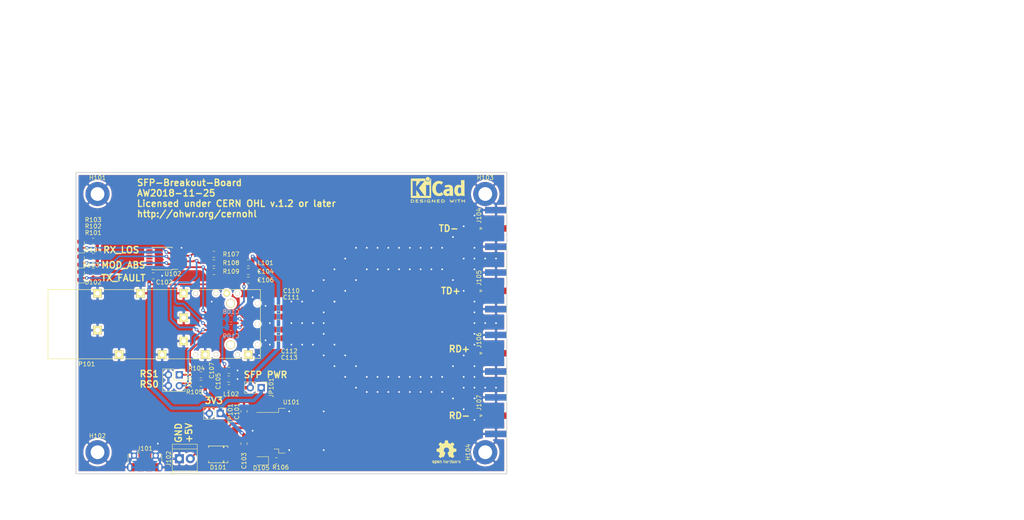
<source format=kicad_pcb>
(kicad_pcb (version 20171130) (host pcbnew 5.1.5-52549c5~84~ubuntu18.04.1)
  (title_block (title "SFP breakout-board") (company "Anders.e.e.Wallin \"at\" gmail.com") (comment 1 "1st PCB run 2018-11-25"))
  (layers (0 F.Cu signal) (31 B.Cu signal) (34 B.Paste user) (35 F.Paste user) (36 B.SilkS user) (37 F.SilkS user) (38 B.Mask user) (39 F.Mask user) (44 Edge.Cuts user))
  (net 0 "")
  (net 1 "Net-(C101-Pad1)")
  (net 2 GND)
  (net 3 +3V3)
  (net 4 VccT)
  (net 5 VccR)
  (net 6 /T-)
  (net 7 /T+)
  (net 8 /R+)
  (net 9 /R-)
  (net 10 "Net-(D101-Pad2)")
  (net 11 "Net-(D102-Pad2)")
  (net 12 /TX_FAULT)
  (net 13 /MOD_ABS)
  (net 14 "Net-(D103-Pad2)")
  (net 15 "Net-(D104-Pad2)")
  (net 16 /LOS)
  (net 17 "Net-(D105-Pad1)")
  (net 18 "Net-(J101-Pad2)")
  (net 19 "Net-(J101-Pad4)")
  (net 20 "Net-(J101-Pad3)")
  (net 21 /RS1)
  (net 22 /RS0)
  (net 23 "Net-(JP101-Pad2)")
  (net 24 "Net-(P101-Pad2)")
  (net 25 "Net-(P101-Pad4)")
  (net 26 "Net-(P101-Pad5)")
  (net 27 "Net-(P101-Pad6)")
  (net 28 "Net-(P101-Pad8)")
  (net 29 /TD-)
  (net 30 /TD+)
  (net 31 /RD+)
  (net 32 /RD-)
  (module Symbol:OSHW-Logo2_7.3x6mm_SilkScreen (layer F.Cu) (at 151 120)
    (fp_text reference REF** hide)
    (fp_text value OSHW-Logo2_7.3x6mm_SilkScreen hide)
  )
  (module Symbol:KiCad-Logo2_5mm_SilkScreen (layer F.Cu) (at 149 59)
    (fp_text reference REF** hide)
    (fp_text value KiCad-Logo2_5mm_SilkScreen hide)
  )
  (module Package_TO_SOT_SMD:TO-263-5_TabPin3 (layer F.Cu) (at 115 115)
    (fp_text reference U101 (at 0 -6.65) (layer F.SilkS))
    (fp_text value LT1963AxQ-3.3)
    (pad 3 smd rect (at 3.375 0) (size 9.4 10.8) (layers F.Cu F.Mask) (net 2 GND))
    (pad 5 smd rect (at -5.775 3.4) (size 4.6 1.1) (layers F.Cu F.Paste F.Mask) (net 3 +3V3))
    (pad 4 smd rect (at -5.775 1.7) (size 4.6 1.1) (layers F.Cu F.Paste F.Mask) (net 3 +3V3))
    (pad 3 smd rect (at -5.775 0) (size 4.6 1.1) (layers F.Cu F.Paste F.Mask) (net 2 GND))
    (pad 2 smd rect (at -5.775 -1.7) (size 4.6 1.1) (layers F.Cu F.Paste F.Mask) (net 1 "Net-(C101-Pad1)"))
    (pad 1 smd rect (at -5.775 -3.4) (size 4.6 1.1) (layers F.Cu F.Paste F.Mask) (net 1 "Net-(C101-Pad1)"))
  )
  (module Capacitor_SMD:C_0805_2012Metric (layer F.Cu) (at 104 110.5 90)
    (fp_text reference C101 (at 0 -1.65 90) (layer F.SilkS))
    (fp_text value C)
    (pad 1 smd roundrect (at -0.9375 0 90) (size 0.975 1.4) (layers F.Cu F.Paste F.Mask) (net 1 "Net-(C101-Pad1)"))
    (pad 2 smd roundrect (at 0.9375 0 90) (size 0.975 1.4) (layers F.Cu F.Paste F.Mask) (net 2 GND))
  )
  (module Capacitor_SMD:C_0805_2012Metric (layer F.Cu) (at 82.9375 79)
    (fp_text reference C102 (at 2.5625 1.5) (layer F.SilkS))
    (fp_text value C)
    (pad 2 smd roundrect (at 0.9375 0) (size 0.975 1.4) (layers F.Cu F.Paste F.Mask) (net 2 GND))
    (pad 1 smd roundrect (at -0.9375 0) (size 0.975 1.4) (layers F.Cu F.Paste F.Mask) (net 3 +3V3))
  )
  (module Capacitor_SMD:C_0805_2012Metric (layer F.Cu) (at 104 118 270)
    (fp_text reference C103 (at 4 0 270) (layer F.SilkS))
    (fp_text value C)
    (pad 1 smd roundrect (at -0.9375 0 270) (size 0.975 1.4) (layers F.Cu F.Paste F.Mask) (net 3 +3V3))
    (pad 2 smd roundrect (at 0.9375 0 270) (size 0.975 1.4) (layers F.Cu F.Paste F.Mask) (net 2 GND))
  )
  (module Capacitor_SMD:C_0805_2012Metric (layer F.Cu) (at 105 78)
    (fp_text reference C104 (at 4 0) (layer F.SilkS))
    (fp_text value C)
    (pad 2 smd roundrect (at 0.9375 0) (size 0.975 1.4) (layers F.Cu F.Paste F.Mask) (net 2 GND))
    (pad 1 smd roundrect (at -0.9375 0) (size 0.975 1.4) (layers F.Cu F.Paste F.Mask) (net 4 VccT))
  )
  (module Capacitor_SMD:C_0805_2012Metric (layer F.Cu) (at 100.4375 103)
    (fp_text reference C105 (at -2.4375 0.5 90) (layer F.SilkS))
    (fp_text value C)
    (pad 1 smd roundrect (at -0.9375 0) (size 0.975 1.4) (layers F.Cu F.Paste F.Mask) (net 5 VccR))
    (pad 2 smd roundrect (at 0.9375 0) (size 0.975 1.4) (layers F.Cu F.Paste F.Mask) (net 2 GND))
  )
  (module Capacitor_SMD:C_0805_2012Metric (layer F.Cu) (at 105 80)
    (fp_text reference C106 (at 4 0) (layer F.SilkS))
    (fp_text value C)
    (pad 2 smd roundrect (at 0.9375 0) (size 0.975 1.4) (layers F.Cu F.Paste F.Mask) (net 2 GND))
    (pad 1 smd roundrect (at -0.9375 0) (size 0.975 1.4) (layers F.Cu F.Paste F.Mask) (net 4 VccT))
  )
  (module Capacitor_SMD:C_0805_2012Metric (layer F.Cu) (at 100.5 101)
    (fp_text reference C107 (at -4 0 90) (layer F.SilkS))
    (fp_text value C)
    (pad 2 smd roundrect (at 0.9375 0) (size 0.975 1.4) (layers F.Cu F.Paste F.Mask) (net 2 GND))
    (pad 1 smd roundrect (at -0.9375 0) (size 0.975 1.4) (layers F.Cu F.Paste F.Mask) (net 5 VccR))
  )
  (module Capacitor_SMD:C_0805_2012Metric (layer B.Cu) (at 101 89 180)
    (fp_text reference C108 (at 0 1.65 180) (layer B.SilkS) (effects (justify mirror)))
    (fp_text value C)
    (pad 1 smd roundrect (at -0.9375 0 180) (size 0.975 1.4) (layers B.Cu B.Paste B.Mask) (net 4 VccT))
    (pad 2 smd roundrect (at 0.9375 0 180) (size 0.975 1.4) (layers B.Cu B.Paste B.Mask) (net 2 GND))
  )
  (module Capacitor_SMD:C_0805_2012Metric (layer B.Cu) (at 101 91 180)
    (fp_text reference C109 (at 0 -2 180) (layer B.SilkS) (effects (justify mirror)))
    (fp_text value C)
    (pad 1 smd roundrect (at -0.9375 0 180) (size 0.975 1.4) (layers B.Cu B.Paste B.Mask) (net 5 VccR))
    (pad 2 smd roundrect (at 0.9375 0 180) (size 0.975 1.4) (layers B.Cu B.Paste B.Mask) (net 2 GND))
  )
  (module Capacitor_SMD:C_0805_2012Metric (layer F.Cu) (at 112 86.5 180)
    (fp_text reference C110 (at -3 4 180) (layer F.SilkS))
    (fp_text value C)
    (pad 1 smd roundrect (at -0.9375 0 180) (size 0.975 1.4) (layers F.Cu F.Paste F.Mask) (net 6 /T-))
    (pad 2 smd roundrect (at 0.9375 0 180) (size 0.975 1.4) (layers F.Cu F.Paste F.Mask) (net 29 /TD-))
  )
  (module Capacitor_SMD:C_0805_2012Metric (layer F.Cu) (at 112 88.5 180)
    (fp_text reference C111 (at -3 4.5 180) (layer F.SilkS))
    (fp_text value C)
    (pad 2 smd roundrect (at 0.9375 0 180) (size 0.975 1.4) (layers F.Cu F.Paste F.Mask) (net 30 /TD+))
    (pad 1 smd roundrect (at -0.9375 0 180) (size 0.975 1.4) (layers F.Cu F.Paste F.Mask) (net 7 /T+))
  )
  (module Capacitor_SMD:C_0805_2012Metric (layer F.Cu) (at 112 91.5 180)
    (fp_text reference C112 (at -2.5 -5 180) (layer F.SilkS))
    (fp_text value C)
    (pad 1 smd roundrect (at -0.9375 0 180) (size 0.975 1.4) (layers F.Cu F.Paste F.Mask) (net 8 /R+))
    (pad 2 smd roundrect (at 0.9375 0 180) (size 0.975 1.4) (layers F.Cu F.Paste F.Mask) (net 31 /RD+))
  )
  (module Capacitor_SMD:C_0805_2012Metric (layer F.Cu) (at 112 93.5 180)
    (fp_text reference C113 (at -2.5 -4.5 180) (layer F.SilkS))
    (fp_text value C)
    (pad 2 smd roundrect (at 0.9375 0 180) (size 0.975 1.4) (layers F.Cu F.Paste F.Mask) (net 32 /RD-))
    (pad 1 smd roundrect (at -0.9375 0 180) (size 0.975 1.4) (layers F.Cu F.Paste F.Mask) (net 9 /R-))
  )
  (module awallinKiCadFootprints:DIODE_DO-214BA (layer F.Cu) (at 98 120.5 180)
    (fp_text reference D101 (at 0 -3 180) (layer F.SilkS))
    (fp_text value D)
    (pad 2 smd rect (at 1.7 0 180) (size 2 2.5) (layers F.Cu F.Paste F.Mask) (net 10 "Net-(D101-Pad2)"))
    (pad 1 smd rect (at -1.7 0 180) (size 2 2.5) (layers F.Cu F.Paste F.Mask) (net 1 "Net-(C101-Pad1)"))
  )
  (module LED_SMD:LED_0805_2012Metric (layer F.Cu) (at 66 79 90)
    (fp_text reference D102 (at -1.5 3 180) (layer F.SilkS))
    (fp_text value LED)
    (pad 2 smd roundrect (at 0.9375 0 90) (size 0.975 1.4) (layers F.Cu F.Paste F.Mask) (net 11 "Net-(D102-Pad2)"))
    (pad 1 smd roundrect (at -0.9375 0 90) (size 0.975 1.4) (layers F.Cu F.Paste F.Mask) (net 12 /TX_FAULT))
  )
  (module LED_SMD:LED_0805_2012Metric (layer F.Cu) (at 66 75.5 90)
    (fp_text reference D103 (at -1 2.5 180) (layer F.SilkS))
    (fp_text value LED)
    (pad 1 smd roundrect (at -0.9375 0 90) (size 0.975 1.4) (layers F.Cu F.Paste F.Mask) (net 13 /MOD_ABS))
    (pad 2 smd roundrect (at 0.9375 0 90) (size 0.975 1.4) (layers F.Cu F.Paste F.Mask) (net 14 "Net-(D103-Pad2)"))
  )
  (module LED_SMD:LED_0805_2012Metric (layer F.Cu) (at 66 72 90)
    (fp_text reference D104 (at -1 3 180) (layer F.SilkS))
    (fp_text value LED)
    (pad 2 smd roundrect (at 0.9375 0 90) (size 0.975 1.4) (layers F.Cu F.Paste F.Mask) (net 15 "Net-(D104-Pad2)"))
    (pad 1 smd roundrect (at -0.9375 0 90) (size 0.975 1.4) (layers F.Cu F.Paste F.Mask) (net 16 /LOS))
  )
  (module LED_SMD:LED_0805_2012Metric (layer F.Cu) (at 108 122 180)
    (fp_text reference D105 (at 0 -1.65 180) (layer F.SilkS))
    (fp_text value LED)
    (pad 1 smd roundrect (at -0.9375 0 180) (size 0.975 1.4) (layers F.Cu F.Paste F.Mask) (net 17 "Net-(D105-Pad1)"))
    (pad 2 smd roundrect (at 0.9375 0 180) (size 0.975 1.4) (layers F.Cu F.Paste F.Mask) (net 3 +3V3))
  )
  (module Connector_USB:USB_Micro-B_Molex-105017-0001 (layer F.Cu) (at 81 122.25)
    (fp_text reference J101 (at 0 -3.1125) (layer F.SilkS))
    (fp_text value USB_B_Micro)
    (pad 6 smd rect (at 1 1.2375) (size 1.5 1.9) (layers F.Cu F.Paste F.Mask) (net 2 GND))
    (pad 6 thru_hole circle (at -2.5 -1.4625) (size 1.45 1.45) (drill 0.85) (layers *.Cu *.Mask) (net 2 GND))
    (pad 2 smd rect (at -0.65 -1.4625) (size 0.4 1.35) (layers F.Cu F.Paste F.Mask) (net 18 "Net-(J101-Pad2)"))
    (pad 1 smd rect (at -1.3 -1.4625) (size 0.4 1.35) (layers F.Cu F.Paste F.Mask) (net 1 "Net-(C101-Pad1)"))
    (pad 5 smd rect (at 1.3 -1.4625) (size 0.4 1.35) (layers F.Cu F.Paste F.Mask) (net 2 GND))
    (pad 4 smd rect (at 0.65 -1.4625) (size 0.4 1.35) (layers F.Cu F.Paste F.Mask) (net 19 "Net-(J101-Pad4)"))
    (pad 3 smd rect (at 0 -1.4625) (size 0.4 1.35) (layers F.Cu F.Paste F.Mask) (net 20 "Net-(J101-Pad3)"))
    (pad 6 thru_hole circle (at 2.5 -1.4625) (size 1.45 1.45) (drill 0.85) (layers *.Cu *.Mask) (net 2 GND))
    (pad 6 smd rect (at -1 1.2375) (size 1.5 1.9) (layers F.Cu F.Paste F.Mask) (net 2 GND))
    (pad 6 thru_hole oval (at -3.5 1.2375 180) (size 1.2 1.9) (drill oval 0.6 1.3) (layers *.Cu *.Mask) (net 2 GND))
    (pad 6 thru_hole oval (at 3.5 1.2375) (size 1.2 1.9) (drill oval 0.6 1.3) (layers *.Cu *.Mask) (net 2 GND))
    (pad 6 smd rect (at 2.9 1.2375) (size 1.2 1.9) (layers F.Cu F.Mask) (net 2 GND))
    (pad 6 smd rect (at -2.9 1.2375) (size 1.2 1.9) (layers F.Cu F.Mask) (net 2 GND))
  )
  (module TerminalBlock_TE-Connectivity:TerminalBlock_TE_282834-2_1x02_P2.54mm_Horizontal (layer F.Cu) (at 89 121.5)
    (fp_text reference J102 (at -2.5 0 90) (layer F.SilkS))
    (fp_text value Conn_01x02)
    (pad 1 thru_hole rect (at 0 0) (size 2.1 2.1) (drill 1.1) (layers *.Cu *.Mask) (net 2 GND))
    (pad 2 thru_hole circle (at 2.54 0) (size 2.1 2.1) (drill 1.1) (layers *.Cu *.Mask) (net 10 "Net-(D101-Pad2)"))
  )
  (module Connector_PinHeader_2.54mm:PinHeader_2x02_P2.54mm_Vertical (layer F.Cu) (at 89 102 270)
    (fp_text reference J103 (at 1.27 -2.33 270) (layer F.SilkS))
    (fp_text value Conn_02x02_Counter_Clockwise)
    (pad 1 thru_hole rect (at 0 0 270) (size 1.7 1.7) (drill 1) (layers *.Cu *.Mask) (net 21 /RS1))
    (pad 2 thru_hole oval (at 2.54 0 270) (size 1.7 1.7) (drill 1) (layers *.Cu *.Mask) (net 22 /RS0))
    (pad 3 thru_hole oval (at 0 2.54 270) (size 1.7 1.7) (drill 1) (layers *.Cu *.Mask) (net 2 GND))
    (pad 4 thru_hole oval (at 2.54 2.54 270) (size 1.7 1.7) (drill 1) (layers *.Cu *.Mask) (net 2 GND))
  )
  (module Connector_Coaxial:SMA_Amphenol_132289_EdgeMount (layer F.Cu) (at 162.5 68)
    (fp_text reference J104 (at -3.96 -3 90) (layer F.SilkS))
    (fp_text value Conn_Coaxial)
    (pad 1 smd rect (at 0 0 90) (size 1.5 5.08) (layers F.Cu F.Paste F.Mask) (net 6 /T-))
    (pad 2 smd rect (at 0 -4.25 90) (size 1.5 5.08) (layers F.Cu F.Paste F.Mask) (net 2 GND))
    (pad 2 smd rect (at 0 4.25 90) (size 1.5 5.08) (layers F.Cu F.Paste F.Mask) (net 2 GND))
    (pad 2 smd rect (at 0 -4.25 90) (size 1.5 5.08) (layers B.Cu B.Paste B.Mask) (net 2 GND))
    (pad 2 smd rect (at 0 4.25 90) (size 1.5 5.08) (layers B.Cu B.Paste B.Mask) (net 2 GND))
  )
  (module Connector_Coaxial:SMA_Amphenol_132289_EdgeMount (layer F.Cu) (at 162.5 82.5)
    (fp_text reference J105 (at -3.96 -3 90) (layer F.SilkS))
    (fp_text value Conn_Coaxial)
    (pad 2 smd rect (at 0 4.25 90) (size 1.5 5.08) (layers B.Cu B.Paste B.Mask) (net 2 GND))
    (pad 2 smd rect (at 0 -4.25 90) (size 1.5 5.08) (layers B.Cu B.Paste B.Mask) (net 2 GND))
    (pad 2 smd rect (at 0 4.25 90) (size 1.5 5.08) (layers F.Cu F.Paste F.Mask) (net 2 GND))
    (pad 2 smd rect (at 0 -4.25 90) (size 1.5 5.08) (layers F.Cu F.Paste F.Mask) (net 2 GND))
    (pad 1 smd rect (at 0 0 90) (size 1.5 5.08) (layers F.Cu F.Paste F.Mask) (net 7 /T+))
  )
  (module Connector_Coaxial:SMA_Amphenol_132289_EdgeMount (layer F.Cu) (at 162.5 97)
    (fp_text reference J106 (at -3.96 -3 90) (layer F.SilkS))
    (fp_text value Conn_Coaxial)
    (pad 1 smd rect (at 0 0 90) (size 1.5 5.08) (layers F.Cu F.Paste F.Mask) (net 8 /R+))
    (pad 2 smd rect (at 0 -4.25 90) (size 1.5 5.08) (layers F.Cu F.Paste F.Mask) (net 2 GND))
    (pad 2 smd rect (at 0 4.25 90) (size 1.5 5.08) (layers F.Cu F.Paste F.Mask) (net 2 GND))
    (pad 2 smd rect (at 0 -4.25 90) (size 1.5 5.08) (layers B.Cu B.Paste B.Mask) (net 2 GND))
    (pad 2 smd rect (at 0 4.25 90) (size 1.5 5.08) (layers B.Cu B.Paste B.Mask) (net 2 GND))
  )
  (module Connector_Coaxial:SMA_Amphenol_132289_EdgeMount (layer F.Cu) (at 162.5 111.5)
    (fp_text reference J107 (at -3.96 -3 90) (layer F.SilkS))
    (fp_text value Conn_Coaxial)
    (pad 2 smd rect (at 0 4.25 90) (size 1.5 5.08) (layers B.Cu B.Paste B.Mask) (net 2 GND))
    (pad 2 smd rect (at 0 -4.25 90) (size 1.5 5.08) (layers B.Cu B.Paste B.Mask) (net 2 GND))
    (pad 2 smd rect (at 0 4.25 90) (size 1.5 5.08) (layers F.Cu F.Paste F.Mask) (net 2 GND))
    (pad 2 smd rect (at 0 -4.25 90) (size 1.5 5.08) (layers F.Cu F.Paste F.Mask) (net 2 GND))
    (pad 1 smd rect (at 0 0 90) (size 1.5 5.08) (layers F.Cu F.Paste F.Mask) (net 9 /R-))
  )
  (module Connector_PinHeader_2.54mm:PinHeader_1x02_P2.54mm_Vertical (layer F.Cu) (at 108 105 270)
    (fp_text reference JP101 (at 0 -2.33 270) (layer F.SilkS))
    (fp_text value Jumper)
    (pad 1 thru_hole rect (at 0 0 270) (size 1.7 1.7) (drill 1) (layers *.Cu *.Mask) (net 3 +3V3))
    (pad 2 thru_hole oval (at 0 2.54 270) (size 1.7 1.7) (drill 1) (layers *.Cu *.Mask) (net 23 "Net-(JP101-Pad2)"))
  )
  (module Inductor_SMD:L_0805_2012Metric (layer F.Cu) (at 105 76)
    (fp_text reference L101 (at 4 0) (layer F.SilkS))
    (fp_text value L)
    (pad 2 smd roundrect (at 0.9375 0) (size 0.975 1.4) (layers F.Cu F.Paste F.Mask) (net 23 "Net-(JP101-Pad2)"))
    (pad 1 smd roundrect (at -0.9375 0) (size 0.975 1.4) (layers F.Cu F.Paste F.Mask) (net 4 VccT))
  )
  (module Inductor_SMD:L_0805_2012Metric (layer F.Cu) (at 100.5 105)
    (fp_text reference L102 (at 0.5 1.5) (layer F.SilkS))
    (fp_text value L)
    (pad 1 smd roundrect (at -0.9375 0) (size 0.975 1.4) (layers F.Cu F.Paste F.Mask) (net 5 VccR))
    (pad 2 smd roundrect (at 0.9375 0) (size 0.975 1.4) (layers F.Cu F.Paste F.Mask) (net 23 "Net-(JP101-Pad2)"))
  )
  (module awallinKiCadFootprints:Connector_SFP_and_Cage (layer F.Cu) (at 100 95)
    (fp_text reference P101 (at -32.5 4.5) (layer F.SilkS))
    (fp_text value SFP-CONNECTOR hide)
    (pad 1 smd rect (at -3.2 -8.2) (size 2 0.5) (layers F.Cu F.Paste F.Mask) (net 2 GND))
    (pad 2 smd rect (at -3.2 -7.4) (size 2 0.5) (layers F.Cu F.Paste F.Mask) (net 24 "Net-(P101-Pad2)"))
    (pad 3 smd rect (at -3.2 -6.6) (size 2 0.5) (layers F.Cu F.Paste F.Mask) (net 2 GND))
    (pad 4 smd rect (at -3.2 -5.8) (size 2 0.5) (layers F.Cu F.Paste F.Mask) (net 25 "Net-(P101-Pad4)"))
    (pad 5 smd rect (at -3.2 -5) (size 2 0.5) (layers F.Cu F.Paste F.Mask) (net 26 "Net-(P101-Pad5)"))
    (pad 6 smd rect (at -3.2 -4.2) (size 2 0.5) (layers F.Cu F.Paste F.Mask) (net 27 "Net-(P101-Pad6)"))
    (pad 7 smd rect (at -3.2 -3.4) (size 2 0.5) (layers F.Cu F.Paste F.Mask) (net 22 /RS0))
    (pad 8 smd rect (at -3.2 -2.6) (size 2 0.5) (layers F.Cu F.Paste F.Mask) (net 28 "Net-(P101-Pad8)"))
    (pad 9 smd rect (at -3.2 -1.8) (size 2 0.5) (layers F.Cu F.Paste F.Mask) (net 21 /RS1))
    (pad 10 smd rect (at -3.2 -1) (size 2 0.5) (layers F.Cu F.Paste F.Mask) (net 2 GND))
    (pad 11 smd rect (at 5 -1.4) (size 2 0.5) (layers F.Cu F.Paste F.Mask) (net 2 GND))
    (pad 12 smd rect (at 5 -2.2) (size 2 0.5) (layers F.Cu F.Paste F.Mask) (net 32 /RD-))
    (pad 13 smd rect (at 5 -3) (size 2 0.5) (layers F.Cu F.Paste F.Mask) (net 31 /RD+))
    (pad 14 smd rect (at 5 -3.8) (size 2 0.5) (layers F.Cu F.Paste F.Mask) (net 2 GND))
    (pad 15 smd rect (at 5 -4.6) (size 2 0.5) (layers F.Cu F.Paste F.Mask) (net 5 VccR))
    (pad 16 smd rect (at 5 -5.4) (size 2 0.5) (layers F.Cu F.Paste F.Mask) (net 4 VccT))
    (pad 17 smd rect (at 5 -6.2) (size 2 0.5) (layers F.Cu F.Paste F.Mask) (net 2 GND))
    (pad 18 smd rect (at 5 -7) (size 2 0.5) (layers F.Cu F.Paste F.Mask) (net 30 /TD+))
    (pad 19 smd rect (at 5 -7.8) (size 2 0.5) (layers F.Cu F.Paste F.Mask) (net 29 /TD-))
    (pad 20 smd rect (at 5 -8.6) (size 2 0.5) (layers F.Cu F.Paste F.Mask) (net 2 GND))
    (pad "" np_thru_hole circle (at 0.9 0) (size 2 2) (drill 1.6) (layers *.Cu *.Mask F.SilkS))
    (pad "" np_thru_hole circle (at 0.9 -9.6) (size 2 2) (drill 1.6) (layers *.Cu *.Mask F.SilkS))
    (pad "" np_thru_hole circle (at 0 -11.93) (size 1.524 1.524) (drill 0.85) (layers *.Cu *.Mask F.SilkS))
    (pad CAGE thru_hole rect (at -10 -11.93) (size 2 2) (drill 1.05) (layers *.Cu *.Mask F.SilkS) (net 2 GND))
    (pad CAGE thru_hole rect (at -20 -11.93) (size 2 2) (drill 1.05) (layers *.Cu *.Mask F.SilkS) (net 2 GND))
    (pad CAGE thru_hole rect (at -30 -11.93) (size 2 2) (drill 1.05) (layers *.Cu *.Mask F.SilkS) (net 2 GND))
    (pad "" np_thru_hole circle (at 7.1 -4.8) (size 1 1) (drill 0.95) (layers *.Cu *.Mask F.SilkS))
    (pad "" np_thru_hole circle (at 7.1 -9.6) (size 1 1) (drill 0.95) (layers *.Cu *.Mask F.SilkS))
    (pad "" np_thru_hole circle (at 7.1 0) (size 1 1) (drill 0.95) (layers *.Cu *.Mask F.SilkS))
    (pad CAGE thru_hole rect (at 5 2.32) (size 2 2) (drill 1.05) (layers *.Cu *.Mask F.SilkS) (net 2 GND))
    (pad CAGE thru_hole rect (at -5 2.32) (size 2 2) (drill 1.05) (layers *.Cu *.Mask F.SilkS) (net 2 GND))
    (pad CAGE thru_hole rect (at -15 2.32) (size 2 2) (drill 1.05) (layers *.Cu *.Mask F.SilkS) (net 2 GND))
    (pad CAGE thru_hole rect (at -25 2.32) (size 2 2) (drill 1.05) (layers *.Cu *.Mask F.SilkS) (net 2 GND))
    (pad CAGE thru_hole rect (at -30 -3.35) (size 2 2) (drill 1.05) (layers *.Cu *.Mask F.SilkS) (net 2 GND))
    (pad CAGE thru_hole rect (at -10 -0.85) (size 2 2) (drill 1.05) (layers *.Cu *.Mask F.SilkS) (net 2 GND))
    (pad CAGE thru_hole rect (at -10 -6.25) (size 2 2) (drill 1.05) (layers *.Cu *.Mask F.SilkS) (net 2 GND))
    (pad "" np_thru_hole circle (at 2.5 2.32) (size 1 1) (drill 0.85) (layers *.Cu *.Mask F.SilkS))
    (pad "" np_thru_hole circle (at 2.5 -11.93) (size 1 1) (drill 0.85) (layers *.Cu *.Mask F.SilkS))
    (pad "" np_thru_hole circle (at -2.5 -11.93) (size 1 1) (drill 0.85) (layers *.Cu *.Mask F.SilkS))
    (pad "" np_thru_hole circle (at -7.2 -11.93) (size 1 1) (drill 0.85) (layers *.Cu *.Mask F.SilkS))
    (pad "" np_thru_hole circle (at -7.2 2.32) (size 1 1) (drill 0.85) (layers *.Cu *.Mask F.SilkS))
    (pad "" np_thru_hole circle (at -2.5 2.32) (size 1 1) (drill 0.85) (layers *.Cu *.Mask F.SilkS))
  )
  (module Resistor_SMD:R_0805_2012Metric (layer F.Cu) (at 69 78 180)
    (fp_text reference R101 (at 0 9 180) (layer F.SilkS))
    (fp_text value R)
    (pad 2 smd roundrect (at 0.9375 0 180) (size 0.975 1.4) (layers F.Cu F.Paste F.Mask) (net 11 "Net-(D102-Pad2)"))
    (pad 1 smd roundrect (at -0.9375 0 180) (size 0.975 1.4) (layers F.Cu F.Paste F.Mask) (net 3 +3V3))
  )
  (module Resistor_SMD:R_0805_2012Metric (layer F.Cu) (at 69 74.5 180)
    (fp_text reference R102 (at 0 7 180) (layer F.SilkS))
    (fp_text value R)
    (pad 2 smd roundrect (at 0.9375 0 180) (size 0.975 1.4) (layers F.Cu F.Paste F.Mask) (net 14 "Net-(D103-Pad2)"))
    (pad 1 smd roundrect (at -0.9375 0 180) (size 0.975 1.4) (layers F.Cu F.Paste F.Mask) (net 3 +3V3))
  )
  (module Resistor_SMD:R_0805_2012Metric (layer F.Cu) (at 69 71 180)
    (fp_text reference R103 (at 0 5 180) (layer F.SilkS))
    (fp_text value R)
    (pad 1 smd roundrect (at -0.9375 0 180) (size 0.975 1.4) (layers F.Cu F.Paste F.Mask) (net 3 +3V3))
    (pad 2 smd roundrect (at 0.9375 0 180) (size 0.975 1.4) (layers F.Cu F.Paste F.Mask) (net 15 "Net-(D104-Pad2)"))
  )
  (module Resistor_SMD:R_0805_2012Metric (layer F.Cu) (at 94 102)
    (fp_text reference R104 (at -1 -1.5 180) (layer F.SilkS))
    (fp_text value 7k)
    (pad 1 smd roundrect (at -0.9375 0) (size 0.975 1.4) (layers F.Cu F.Paste F.Mask) (net 21 /RS1))
    (pad 2 smd roundrect (at 0.9375 0) (size 0.975 1.4) (layers F.Cu F.Paste F.Mask) (net 3 +3V3))
  )
  (module Resistor_SMD:R_0805_2012Metric (layer F.Cu) (at 94 104)
    (fp_text reference R105 (at -1.5 2 180) (layer F.SilkS))
    (fp_text value 7k)
    (pad 2 smd roundrect (at 0.9375 0) (size 0.975 1.4) (layers F.Cu F.Paste F.Mask) (net 3 +3V3))
    (pad 1 smd roundrect (at -0.9375 0) (size 0.975 1.4) (layers F.Cu F.Paste F.Mask) (net 22 /RS0))
  )
  (module Resistor_SMD:R_0805_2012Metric (layer F.Cu) (at 111.5 122)
    (fp_text reference R106 (at 1 1.5) (layer F.SilkS))
    (fp_text value R)
    (pad 1 smd roundrect (at -0.9375 0) (size 0.975 1.4) (layers F.Cu F.Paste F.Mask) (net 17 "Net-(D105-Pad1)"))
    (pad 2 smd roundrect (at 0.9375 0) (size 0.975 1.4) (layers F.Cu F.Paste F.Mask) (net 2 GND))
  )
  (module Package_SO:TSSOP-14_4.4x5mm_P0.65mm (layer F.Cu) (at 85 75 180)
    (fp_text reference U102 (at -2.5 -3.55 180) (layer F.SilkS))
    (fp_text value 74HC14)
    (pad 1 smd rect (at -2.95 -1.95 180) (size 1.45 0.45) (layers F.Cu F.Paste F.Mask) (net 24 "Net-(P101-Pad2)"))
    (pad 2 smd rect (at -2.95 -1.3 180) (size 1.45 0.45) (layers F.Cu F.Paste F.Mask) (net 12 /TX_FAULT))
    (pad 3 smd rect (at -2.95 -0.65 180) (size 1.45 0.45) (layers F.Cu F.Paste F.Mask) (net 27 "Net-(P101-Pad6)"))
    (pad 4 smd rect (at -2.95 0 180) (size 1.45 0.45) (layers F.Cu F.Paste F.Mask) (net 13 /MOD_ABS))
    (pad 5 smd rect (at -2.95 0.65 180) (size 1.45 0.45) (layers F.Cu F.Paste F.Mask) (net 28 "Net-(P101-Pad8)"))
    (pad 6 smd rect (at -2.95 1.3 180) (size 1.45 0.45) (layers F.Cu F.Paste F.Mask) (net 16 /LOS))
    (pad 7 smd rect (at -2.95 1.95 180) (size 1.45 0.45) (layers F.Cu F.Paste F.Mask) (net 2 GND))
    (pad 8 smd rect (at 2.95 1.95 180) (size 1.45 0.45) (layers F.Cu F.Paste F.Mask))
    (pad 9 smd rect (at 2.95 1.3 180) (size 1.45 0.45) (layers F.Cu F.Paste F.Mask))
    (pad 10 smd rect (at 2.95 0.65 180) (size 1.45 0.45) (layers F.Cu F.Paste F.Mask))
    (pad 11 smd rect (at 2.95 0 180) (size 1.45 0.45) (layers F.Cu F.Paste F.Mask))
    (pad 12 smd rect (at 2.95 -0.65 180) (size 1.45 0.45) (layers F.Cu F.Paste F.Mask))
    (pad 13 smd rect (at 2.95 -1.3 180) (size 1.45 0.45) (layers F.Cu F.Paste F.Mask))
    (pad 14 smd rect (at 2.95 -1.95 180) (size 1.45 0.45) (layers F.Cu F.Paste F.Mask) (net 3 +3V3))
  )
  (module MountingHole:MountingHole_3.2mm_M3_DIN965_Pad (layer F.Cu) (at 70 60)
    (fp_text reference H101 (at 0 -3.8) (layer F.SilkS))
    (fp_text value MountingHole_Pad)
    (pad 1 thru_hole circle (at 0 0) (size 5.6 5.6) (drill 3.2) (layers *.Cu *.Mask) (net 2 GND))
  )
  (module MountingHole:MountingHole_3.2mm_M3_DIN965_Pad (layer F.Cu) (at 70 120)
    (fp_text reference H102 (at 0 -3.8) (layer F.SilkS))
    (fp_text value MountingHole_Pad)
    (pad 1 thru_hole circle (at 0 0) (size 5.6 5.6) (drill 3.2) (layers *.Cu *.Mask) (net 2 GND))
  )
  (module MountingHole:MountingHole_3.2mm_M3_DIN965_Pad (layer F.Cu) (at 160 60)
    (fp_text reference H103 (at 0 -3.8) (layer F.SilkS))
    (fp_text value MountingHole_Pad)
    (pad 1 thru_hole circle (at 0 0) (size 5.6 5.6) (drill 3.2) (layers *.Cu *.Mask) (net 2 GND))
  )
  (module MountingHole:MountingHole_3.2mm_M3_DIN965_Pad (layer F.Cu) (at 160 120)
    (fp_text reference H104 (at -4 0 90) (layer F.SilkS))
    (fp_text value MountingHole_Pad)
    (pad 1 thru_hole circle (at 0 0) (size 5.6 5.6) (drill 3.2) (layers *.Cu *.Mask) (net 2 GND))
  )
  (module Connector_PinHeader_2.54mm:PinHeader_1x02_P2.54mm_Vertical (layer F.Cu) (at 98.5 111 270)
    (fp_text reference TP101 (at 0 -2.33 270) (layer F.SilkS))
    (fp_text value TestPoint_2Pole)
    (pad 1 thru_hole rect (at 0 0 270) (size 1.7 1.7) (drill 1) (layers *.Cu *.Mask) (net 3 +3V3))
    (pad 2 thru_hole oval (at 0 2.54 270) (size 1.7 1.7) (drill 1) (layers *.Cu *.Mask) (net 2 GND))
  )
  (module Resistor_SMD:R_0805_2012Metric (layer F.Cu) (at 97 74 180)
    (fp_text reference R107 (at -4 0 180) (layer F.SilkS))
    (fp_text value 7k)
    (pad 1 smd roundrect (at -0.9375 0 180) (size 0.975 1.4) (layers F.Cu F.Paste F.Mask) (net 3 +3V3))
    (pad 2 smd roundrect (at 0.9375 0 180) (size 0.975 1.4) (layers F.Cu F.Paste F.Mask) (net 28 "Net-(P101-Pad8)"))
  )
  (module Resistor_SMD:R_0805_2012Metric (layer F.Cu) (at 97 76 180)
    (fp_text reference R108 (at -4 0 180) (layer F.SilkS))
    (fp_text value 7k)
    (pad 2 smd roundrect (at 0.9375 0 180) (size 0.975 1.4) (layers F.Cu F.Paste F.Mask) (net 27 "Net-(P101-Pad6)"))
    (pad 1 smd roundrect (at -0.9375 0 180) (size 0.975 1.4) (layers F.Cu F.Paste F.Mask) (net 3 +3V3))
  )
  (module Resistor_SMD:R_0805_2012Metric (layer F.Cu) (at 97 78 180)
    (fp_text reference R109 (at -4 0 180) (layer F.SilkS))
    (fp_text value 7k)
    (pad 1 smd roundrect (at -0.9375 0 180) (size 0.975 1.4) (layers F.Cu F.Paste F.Mask) (net 3 +3V3))
    (pad 2 smd roundrect (at 0.9375 0 180) (size 0.975 1.4) (layers F.Cu F.Paste F.Mask) (net 24 "Net-(P101-Pad2)"))
  )
  (gr_text "GND\n+5V" (at 90 115.5 90) (layer F.SilkS) (effects (font (size 1.5 1.5) (thickness 0.3))))
  (gr_text RX_LOS (at 75.5 73) (layer F.SilkS) (effects (font (size 1.5 1.5) (thickness 0.3))))
  (gr_text MOD_ABS (at 76 76.5) (layer F.SilkS) (effects (font (size 1.5 1.5) (thickness 0.3))))
  (gr_text TX_FAULT (at 76 79.5) (layer F.SilkS) (effects (font (size 1.5 1.5) (thickness 0.3))))
  (gr_text "RS1\nRS0" (at 82 103) (layer F.SilkS) (effects (font (size 1.5 1.5) (thickness 0.3))))
  (gr_text 3V3 (at 97 108) (layer F.SilkS) (effects (font (size 1.5 1.5) (thickness 0.3))))
  (gr_text "SFP PWR" (at 109 102) (layer F.SilkS) (effects (font (size 1.5 1.5) (thickness 0.3))))
  (gr_text "SFP-Breakout-Board\nAW2018-11-25\nLicensed under CERN OHL v.1.2 or later\nhttp://ohwr.org/cernohl" (at 79 61) (layer F.SilkS) (effects (font (size 1.5 1.5) (thickness 0.3)) (justify left)))
  (gr_text RD- (at 154 111.5) (layer F.SilkS) (effects (font (size 1.5 1.5) (thickness 0.3))))
  (gr_text RD+ (at 154 96) (layer F.SilkS) (effects (font (size 1.5 1.5) (thickness 0.3))))
  (gr_text TD- (at 151.5 68) (layer F.SilkS) (effects (font (size 1.5 1.5) (thickness 0.3))))
  (gr_text TD+ (at 152 82.5) (layer F.SilkS) (effects (font (size 1.5 1.5) (thickness 0.3))))
  (gr_line (start 65 55) (end 65 125) (layer Edge.Cuts) (width 0.2))
  (gr_line (start 165 55) (end 65 55) (layer Edge.Cuts) (width 0.2))
  (gr_line (start 165 125) (end 165 55) (layer Edge.Cuts) (width 0.2))
  (gr_line (start 65 125) (end 165 125) (layer Edge.Cuts) (width 0.2))
  (segment (start 79.7 119.7125) (end 82.9125 116.5) (width 0.4) (layer F.Cu) (net 1))
  (segment (start 79.7 120.7875) (end 79.7 119.7125) (width 0.4) (layer F.Cu) (net 1))
  (segment (start 99.7 120.25) (end 99.7 120.5) (width 0.4) (layer F.Cu) (net 1))
  (segment (start 95.95 116.5) (end 99.7 120.25) (width 0.4) (layer F.Cu) (net 1))
  (segment (start 82.9125 116.5) (end 95.95 116.5) (width 0.4) (layer F.Cu) (net 1))
  (segment (start 99.7 114.8) (end 99.7 120.5) (width 0.4) (layer F.Cu) (net 1))
  (segment (start 101.2 113.3) (end 99.7 114.8) (width 0.4) (layer F.Cu) (net 1))
  (segment (start 104 111.4375) (end 104 113.3) (width 0.4) (layer F.Cu) (net 1))
  (segment (start 104 113.3) (end 101.2 113.3) (width 0.4) (layer F.Cu) (net 1))
  (segment (start 109.225 113.3) (end 104 113.3) (width 0.4) (layer F.Cu) (net 1))
  (segment (start 104.1625 111.6) (end 104 111.4375) (width 0.4) (layer F.Cu) (net 1))
  (segment (start 109.225 111.6) (end 104.1625 111.6) (width 0.4) (layer F.Cu) (net 1))
  (via (at 114.5 110.5) (size 0.8) (drill 0.4) (layers F.Cu B.Cu) (net 2))
  (via (at 122.5 110.5) (size 0.8) (drill 0.4) (layers F.Cu B.Cu) (net 2))
  (via (at 122.5 119.5) (size 0.8) (drill 0.4) (layers F.Cu B.Cu) (net 2))
  (via (at 114.5 119.5) (size 0.8) (drill 0.4) (layers F.Cu B.Cu) (net 2))
  (segment (start 103.6 86.4) (end 105 86.4) (width 0.4) (layer F.Cu) (net 2))
  (segment (start 103 87) (end 103.6 86.4) (width 0.4) (layer F.Cu) (net 2))
  (segment (start 103.984002 91.2) (end 103.184002 92) (width 0.4) (layer F.Cu) (net 2))
  (segment (start 105 91.2) (end 103.984002 91.2) (width 0.4) (layer F.Cu) (net 2))
  (segment (start 103.6 93.6) (end 105 93.6) (width 0.4) (layer F.Cu) (net 2))
  (via (at 85 79) (size 0.8) (drill 0.4) (layers F.Cu B.Cu) (net 2))
  (via (at 89.5 72.5) (size 0.8) (drill 0.4) (layers F.Cu B.Cu) (net 2))
  (segment (start 88.95 73.05) (end 89.5 72.5) (width 0.4) (layer F.Cu) (net 2))
  (segment (start 87.95 73.05) (end 88.95 73.05) (width 0.4) (layer F.Cu) (net 2))
  (segment (start 85 79) (end 83.875 79) (width 0.4) (layer F.Cu) (net 2))
  (via (at 107.5 78) (size 0.8) (drill 0.4) (layers F.Cu B.Cu) (net 2))
  (via (at 107.5 80) (size 0.8) (drill 0.4) (layers F.Cu B.Cu) (net 2))
  (via (at 102.5 103) (size 0.8) (drill 0.4) (layers F.Cu B.Cu) (net 2))
  (via (at 102.5 101) (size 0.8) (drill 0.4) (layers F.Cu B.Cu) (net 2))
  (segment (start 109.225 115) (end 118.375 115) (width 0.4) (layer F.Cu) (net 2))
  (via (at 106 115) (size 0.8) (drill 0.4) (layers F.Cu B.Cu) (net 2))
  (via (at 94.5 88.5) (size 0.8) (drill 0.4) (layers F.Cu B.Cu) (net 2))
  (segment (start 94.6 88.4) (end 94.5 88.5) (width 0.4) (layer F.Cu) (net 2))
  (segment (start 96.8 88.4) (end 94.6 88.4) (width 0.4) (layer F.Cu) (net 2))
  (via (at 96.5 85) (size 0.8) (drill 0.4) (layers F.Cu B.Cu) (net 2))
  (segment (start 96.8 85.3) (end 96.5 85) (width 0.4) (layer F.Cu) (net 2))
  (segment (start 96.8 86.8) (end 96.8 85.3) (width 0.4) (layer F.Cu) (net 2))
  (via (at 162.5 75) (size 0.8) (drill 0.4) (layers F.Cu B.Cu) (net 2))
  (via (at 160 75) (size 0.8) (drill 0.4) (layers F.Cu B.Cu) (net 2))
  (via (at 157.5 75) (size 0.8) (drill 0.4) (layers F.Cu B.Cu) (net 2))
  (via (at 155 75) (size 0.8) (drill 0.4) (layers F.Cu B.Cu) (net 2))
  (via (at 162.5 90) (size 0.8) (drill 0.4) (layers F.Cu B.Cu) (net 2))
  (via (at 160 90) (size 0.8) (drill 0.4) (layers F.Cu B.Cu) (net 2))
  (via (at 157.5 90) (size 0.8) (drill 0.4) (layers F.Cu B.Cu) (net 2))
  (via (at 162.5 105) (size 0.8) (drill 0.4) (layers F.Cu B.Cu) (net 2))
  (via (at 160 105) (size 0.8) (drill 0.4) (layers F.Cu B.Cu) (net 2))
  (via (at 157.5 105) (size 0.8) (drill 0.4) (layers F.Cu B.Cu) (net 2))
  (via (at 155 105) (size 0.8) (drill 0.4) (layers F.Cu B.Cu) (net 2))
  (via (at 155 102.5) (size 0.8) (drill 0.4) (layers F.Cu B.Cu) (net 2))
  (via (at 157.5 102.5) (size 0.8) (drill 0.4) (layers F.Cu B.Cu) (net 2))
  (via (at 157.5 92.5) (size 0.8) (drill 0.4) (layers F.Cu B.Cu) (net 2))
  (via (at 157.5 95) (size 0.8) (drill 0.4) (layers F.Cu B.Cu) (net 2))
  (via (at 157.5 77.5) (size 0.8) (drill 0.4) (layers F.Cu B.Cu) (net 2))
  (via (at 157.5 72.5) (size 0.8) (drill 0.4) (layers F.Cu B.Cu) (net 2))
  (via (at 157.5 107.5) (size 0.8) (drill 0.4) (layers F.Cu B.Cu) (net 2))
  (via (at 157.5 100) (size 0.8) (drill 0.4) (layers F.Cu B.Cu) (net 2))
  (via (at 84 118) (size 0.8) (drill 0.4) (layers F.Cu B.Cu) (net 2))
  (segment (start 82.3 119.7) (end 84 118) (width 0.4) (layer F.Cu) (net 2))
  (segment (start 82.3 120.7875) (end 82.3 119.7) (width 0.4) (layer F.Cu) (net 2))
  (via (at 157.5 112.5) (size 0.8) (drill 0.4) (layers F.Cu B.Cu) (net 2))
  (via (at 155 110) (size 0.8) (drill 0.4) (layers F.Cu B.Cu) (net 2))
  (via (at 152.5 107.5) (size 0.8) (drill 0.4) (layers F.Cu B.Cu) (net 2))
  (via (at 147.5 106) (size 0.8) (drill 0.4) (layers F.Cu B.Cu) (net 2))
  (via (at 142.5 106) (size 0.8) (drill 0.4) (layers F.Cu B.Cu) (net 2))
  (via (at 140 106) (size 0.8) (drill 0.4) (layers F.Cu B.Cu) (net 2))
  (via (at 145 106) (size 0.8) (drill 0.4) (layers F.Cu B.Cu) (net 2))
  (via (at 150 106) (size 0.8) (drill 0.4) (layers F.Cu B.Cu) (net 2))
  (via (at 137.5 106) (size 0.8) (drill 0.4) (layers F.Cu B.Cu) (net 2))
  (via (at 135 106) (size 0.8) (drill 0.4) (layers F.Cu B.Cu) (net 2))
  (via (at 132.5 106) (size 0.8) (drill 0.4) (layers F.Cu B.Cu) (net 2))
  (via (at 130 105) (size 0.8) (drill 0.4) (layers F.Cu B.Cu) (net 2))
  (via (at 127.5 102.5) (size 0.8) (drill 0.4) (layers F.Cu B.Cu) (net 2))
  (via (at 125 100) (size 0.8) (drill 0.4) (layers F.Cu B.Cu) (net 2))
  (via (at 122.5 97.5) (size 0.8) (drill 0.4) (layers F.Cu B.Cu) (net 2))
  (via (at 120 95) (size 0.8) (drill 0.4) (layers F.Cu B.Cu) (net 2))
  (via (at 117.5 95) (size 0.8) (drill 0.4) (layers F.Cu B.Cu) (net 2))
  (via (at 115 95) (size 0.8) (drill 0.4) (layers F.Cu B.Cu) (net 2))
  (via (at 110 95) (size 0.8) (drill 0.4) (layers F.Cu B.Cu) (net 2))
  (via (at 107.5 97.5) (size 0.8) (drill 0.4) (layers F.Cu B.Cu) (net 2))
  (via (at 110 90) (size 0.8) (drill 0.4) (layers F.Cu B.Cu) (net 2))
  (via (at 115 90) (size 0.8) (drill 0.4) (layers F.Cu B.Cu) (net 2))
  (via (at 117.5 90) (size 0.8) (drill 0.4) (layers F.Cu B.Cu) (net 2))
  (via (at 120 90) (size 0.8) (drill 0.4) (layers F.Cu B.Cu) (net 2))
  (via (at 122.5 87.5) (size 0.8) (drill 0.4) (layers F.Cu B.Cu) (net 2))
  (via (at 125 85) (size 0.8) (drill 0.4) (layers F.Cu B.Cu) (net 2))
  (via (at 125 85) (size 0.8) (drill 0.4) (layers F.Cu B.Cu) (net 2))
  (via (at 125 85) (size 0.8) (drill 0.4) (layers F.Cu B.Cu) (net 2))
  (via (at 127.5 82.5) (size 0.8) (drill 0.4) (layers F.Cu B.Cu) (net 2))
  (via (at 130 80) (size 0.8) (drill 0.4) (layers F.Cu B.Cu) (net 2))
  (via (at 132.5 77.5) (size 0.8) (drill 0.4) (layers F.Cu B.Cu) (net 2))
  (via (at 135 77.5) (size 0.8) (drill 0.4) (layers F.Cu B.Cu) (net 2))
  (via (at 137.5 77.5) (size 0.8) (drill 0.4) (layers F.Cu B.Cu) (net 2))
  (via (at 140 77.5) (size 0.8) (drill 0.4) (layers F.Cu B.Cu) (net 2))
  (via (at 142.5 77.5) (size 0.8) (drill 0.4) (layers F.Cu B.Cu) (net 2))
  (via (at 145 77.5) (size 0.8) (drill 0.4) (layers F.Cu B.Cu) (net 2))
  (via (at 147.5 77.5) (size 0.8) (drill 0.4) (layers F.Cu B.Cu) (net 2))
  (via (at 150 77.5) (size 0.8) (drill 0.4) (layers F.Cu B.Cu) (net 2))
  (via (at 152.5 80) (size 0.8) (drill 0.4) (layers F.Cu B.Cu) (net 2))
  (via (at 155 82.5) (size 0.8) (drill 0.4) (layers F.Cu B.Cu) (net 2))
  (via (at 157.5 85) (size 0.8) (drill 0.4) (layers F.Cu B.Cu) (net 2))
  (via (at 157.5 87.5) (size 0.8) (drill 0.4) (layers F.Cu B.Cu) (net 2))
  (via (at 155 97.5) (size 0.8) (drill 0.4) (layers F.Cu B.Cu) (net 2))
  (via (at 152.5 100) (size 0.8) (drill 0.4) (layers F.Cu B.Cu) (net 2))
  (via (at 150 102.5) (size 0.8) (drill 0.4) (layers F.Cu B.Cu) (net 2))
  (via (at 147.5 102.5) (size 0.8) (drill 0.4) (layers F.Cu B.Cu) (net 2))
  (via (at 145 102.5) (size 0.8) (drill 0.4) (layers F.Cu B.Cu) (net 2))
  (via (at 142.5 102.5) (size 0.8) (drill 0.4) (layers F.Cu B.Cu) (net 2))
  (via (at 140 102.5) (size 0.8) (drill 0.4) (layers F.Cu B.Cu) (net 2))
  (via (at 137.5 102.5) (size 0.8) (drill 0.4) (layers F.Cu B.Cu) (net 2))
  (via (at 135 102.5) (size 0.8) (drill 0.4) (layers F.Cu B.Cu) (net 2))
  (via (at 132.5 102.5) (size 0.8) (drill 0.4) (layers F.Cu B.Cu) (net 2))
  (via (at 130 100) (size 0.8) (drill 0.4) (layers F.Cu B.Cu) (net 2))
  (via (at 127.5 97.5) (size 0.8) (drill 0.4) (layers F.Cu B.Cu) (net 2))
  (via (at 125 95) (size 0.8) (drill 0.4) (layers F.Cu B.Cu) (net 2))
  (via (at 122.5 92.5) (size 0.8) (drill 0.4) (layers F.Cu B.Cu) (net 2))
  (via (at 122.5 90) (size 0.8) (drill 0.4) (layers F.Cu B.Cu) (net 2))
  (via (at 115 85) (size 0.8) (drill 0.4) (layers F.Cu B.Cu) (net 2))
  (via (at 117.5 85) (size 0.8) (drill 0.4) (layers F.Cu B.Cu) (net 2))
  (via (at 120 82.5) (size 0.8) (drill 0.4) (layers F.Cu B.Cu) (net 2))
  (via (at 122.5 80) (size 0.8) (drill 0.4) (layers F.Cu B.Cu) (net 2))
  (via (at 125 77.5) (size 0.8) (drill 0.4) (layers F.Cu B.Cu) (net 2))
  (via (at 127.5 75) (size 0.8) (drill 0.4) (layers F.Cu B.Cu) (net 2))
  (via (at 130 72.5) (size 0.8) (drill 0.4) (layers F.Cu B.Cu) (net 2))
  (via (at 132.5 72.5) (size 0.8) (drill 0.4) (layers F.Cu B.Cu) (net 2))
  (via (at 135 72.5) (size 0.8) (drill 0.4) (layers F.Cu B.Cu) (net 2))
  (via (at 137.5 72.5) (size 0.8) (drill 0.4) (layers F.Cu B.Cu) (net 2))
  (via (at 140 72.5) (size 0.8) (drill 0.4) (layers F.Cu B.Cu) (net 2))
  (via (at 142.5 72.5) (size 0.8) (drill 0.4) (layers F.Cu B.Cu) (net 2))
  (via (at 145 72.5) (size 0.8) (drill 0.4) (layers F.Cu B.Cu) (net 2))
  (via (at 147.5 72.5) (size 0.8) (drill 0.4) (layers F.Cu B.Cu) (net 2))
  (via (at 150 72.5) (size 0.8) (drill 0.4) (layers F.Cu B.Cu) (net 2))
  (via (at 152.5 70) (size 0.8) (drill 0.4) (layers F.Cu B.Cu) (net 2))
  (via (at 155 67.5) (size 0.8) (drill 0.4) (layers F.Cu B.Cu) (net 2))
  (via (at 157.5 65) (size 0.8) (drill 0.4) (layers F.Cu B.Cu) (net 2))
  (via (at 106 84) (size 0.8) (drill 0.4) (layers F.Cu B.Cu) (net 2))
  (via (at 109 86) (size 0.8) (drill 0.4) (layers F.Cu B.Cu) (net 2))
  (via (at 109 94) (size 0.8) (drill 0.4) (layers F.Cu B.Cu) (net 2))
  (segment (start 98.8 86.8) (end 96.8 86.8) (width 0.4) (layer F.Cu) (net 2))
  (segment (start 99 87) (end 98.8 86.8) (width 0.4) (layer F.Cu) (net 2))
  (segment (start 103 87) (end 102.8 86.8) (width 0.4) (layer F.Cu) (net 2))
  (segment (start 102.8 86.8) (end 102.2 86.8) (width 0.4) (layer F.Cu) (net 2))
  (segment (start 102.2 86.8) (end 102 87) (width 0.4) (layer F.Cu) (net 2))
  (segment (start 102 87) (end 99 87) (width 0.4) (layer F.Cu) (net 2))
  (segment (start 103 87.815998) (end 103 87) (width 0.4) (layer F.Cu) (net 2))
  (segment (start 103.984002 88.8) (end 103 87.815998) (width 0.4) (layer F.Cu) (net 2))
  (segment (start 105 88.8) (end 103.984002 88.8) (width 0.4) (layer F.Cu) (net 2))
  (segment (start 103.984002 91.2) (end 102.184002 93) (width 0.4) (layer F.Cu) (net 2))
  (segment (start 100 93) (end 99 94) (width 0.4) (layer F.Cu) (net 2))
  (segment (start 99 94) (end 96.8 94) (width 0.4) (layer F.Cu) (net 2))
  (segment (start 105 93.6) (end 102.6 93.6) (width 0.4) (layer F.Cu) (net 2))
  (segment (start 102 93) (end 101 93) (width 0.4) (layer F.Cu) (net 2))
  (segment (start 102.6 93.6) (end 102 93) (width 0.4) (layer F.Cu) (net 2))
  (segment (start 101 93) (end 100 93) (width 0.4) (layer F.Cu) (net 2))
  (segment (start 102.184002 93) (end 101 93) (width 0.4) (layer F.Cu) (net 2))
  (segment (start 69.9375 74.5) (end 69.9375 71) (width 0.8) (layer F.Cu) (net 3))
  (segment (start 69.9375 78) (end 69.9375 74.5) (width 0.8) (layer F.Cu) (net 3))
  (segment (start 81 78) (end 69.9375 78) (width 0.8) (layer F.Cu) (net 3))
  (segment (start 82 79) (end 81 78) (width 0.8) (layer F.Cu) (net 3))
  (segment (start 94.9375 102) (end 94.9375 104) (width 0.8) (layer F.Cu) (net 3))
  (segment (start 104.3625 116.7) (end 104 117.0625) (width 0.8) (layer F.Cu) (net 3))
  (segment (start 106 117.875) (end 106 116.7) (width 0.8) (layer F.Cu) (net 3))
  (segment (start 106.525 118.4) (end 106 117.875) (width 0.8) (layer F.Cu) (net 3))
  (segment (start 109.225 116.7) (end 106 116.7) (width 0.8) (layer F.Cu) (net 3))
  (segment (start 109.225 118.4) (end 106.525 118.4) (width 0.8) (layer F.Cu) (net 3))
  (segment (start 106 116.7) (end 104.3625 116.7) (width 0.8) (layer F.Cu) (net 3))
  (segment (start 106 122) (end 107.0625 122) (width 0.8) (layer F.Cu) (net 3))
  (segment (start 106 117.875) (end 106 122) (width 0.8) (layer F.Cu) (net 3))
  (via (at 103.5 115.5) (size 0.8) (drill 0.4) (layers F.Cu B.Cu) (net 3))
  (segment (start 104 116) (end 103.5 115.5) (width 0.8) (layer F.Cu) (net 3))
  (segment (start 104 117.0625) (end 104 116) (width 0.8) (layer F.Cu) (net 3))
  (segment (start 99 111) (end 98.5 111) (width 0.8) (layer B.Cu) (net 3))
  (segment (start 103.5 115.5) (end 99 111) (width 0.8) (layer B.Cu) (net 3))
  (segment (start 98.5 109.75) (end 100.25 108) (width 0.8) (layer B.Cu) (net 3))
  (segment (start 98.5 111) (end 98.5 109.75) (width 0.8) (layer B.Cu) (net 3))
  (segment (start 106.25 108) (end 108 106.25) (width 0.8) (layer B.Cu) (net 3))
  (segment (start 108 106.25) (end 108 105) (width 0.8) (layer B.Cu) (net 3))
  (segment (start 100.25 108) (end 106.25 108) (width 0.8) (layer B.Cu) (net 3))
  (via (at 95 106) (size 0.8) (drill 0.4) (layers F.Cu B.Cu) (net 3))
  (segment (start 98.5 111) (end 98.5 109.5) (width 0.8) (layer B.Cu) (net 3))
  (segment (start 95 104.0625) (end 94.9375 104) (width 0.8) (layer F.Cu) (net 3))
  (segment (start 95 106) (end 95 104.0625) (width 0.8) (layer F.Cu) (net 3))
  (via (at 82 81) (size 0.8) (drill 0.4) (layers F.Cu B.Cu) (net 3))
  (segment (start 82 104.5) (end 82 81) (width 0.8) (layer B.Cu) (net 3))
  (segment (start 87.25 109.75) (end 82 104.5) (width 0.8) (layer B.Cu) (net 3))
  (segment (start 82 81) (end 82 79) (width 0.8) (layer F.Cu) (net 3))
  (segment (start 92 109.75) (end 93.75 109.75) (width 0.8) (layer B.Cu) (net 3))
  (segment (start 92 109.75) (end 87.25 109.75) (width 0.8) (layer B.Cu) (net 3))
  (segment (start 94.5 109) (end 98 109) (width 0.8) (layer B.Cu) (net 3))
  (segment (start 93.75 109.75) (end 94.5 109) (width 0.8) (layer B.Cu) (net 3))
  (segment (start 98 109) (end 95 106) (width 0.8) (layer B.Cu) (net 3))
  (segment (start 98.5 109.5) (end 98 109) (width 0.8) (layer B.Cu) (net 3))
  (segment (start 82.05 76.95) (end 81.5 77.5) (width 0.4) (layer F.Cu) (net 3))
  (segment (start 81.5 77.5) (end 81 78) (width 0.4) (layer F.Cu) (net 3))
  (segment (start 82 81) (end 96 81) (width 0.4) (layer F.Cu) (net 3))
  (segment (start 96 81) (end 98 79) (width 0.4) (layer F.Cu) (net 3))
  (segment (start 97.9375 78.9375) (end 97.9375 78) (width 0.4) (layer F.Cu) (net 3))
  (segment (start 98 79) (end 97.9375 78.9375) (width 0.4) (layer F.Cu) (net 3))
  (segment (start 97.9375 78) (end 97.9375 76) (width 0.4) (layer F.Cu) (net 3))
  (segment (start 97.9375 76) (end 97.9375 74) (width 0.4) (layer F.Cu) (net 3))
  (segment (start 103.6 89.6) (end 103 89) (width 0.4) (layer F.Cu) (net 4))
  (via (at 103 89) (size 0.8) (drill 0.4) (layers F.Cu B.Cu) (net 4))
  (segment (start 105 89.6) (end 103.6 89.6) (width 0.4) (layer F.Cu) (net 4))
  (segment (start 103 89) (end 101.9375 89) (width 0.4) (layer B.Cu) (net 4))
  (segment (start 101.9375 89) (end 101.9375 87.0625) (width 0.4) (layer B.Cu) (net 4))
  (via (at 104 81.5) (size 0.8) (drill 0.4) (layers F.Cu B.Cu) (net 4))
  (segment (start 104 85) (end 104 81.5) (width 0.4) (layer B.Cu) (net 4))
  (segment (start 101.9375 87.0625) (end 104 85) (width 0.4) (layer B.Cu) (net 4))
  (segment (start 104 80.0625) (end 104.0625 80) (width 0.4) (layer F.Cu) (net 4))
  (segment (start 104 81.5) (end 104 80.0625) (width 0.4) (layer F.Cu) (net 4))
  (segment (start 104.0625 80) (end 104.0625 78) (width 0.4) (layer F.Cu) (net 4))
  (segment (start 104.0625 78) (end 104.0625 76) (width 0.4) (layer F.Cu) (net 4))
  (via (at 103 91) (size 0.8) (drill 0.4) (layers F.Cu B.Cu) (net 5))
  (segment (start 103.6 90.4) (end 103 91) (width 0.4) (layer F.Cu) (net 5))
  (segment (start 105 90.4) (end 103.6 90.4) (width 0.4) (layer F.Cu) (net 5))
  (segment (start 103 91) (end 101.9375 91) (width 0.4) (layer B.Cu) (net 5))
  (segment (start 101.9375 91) (end 101.9375 92.5625) (width 0.4) (layer B.Cu) (net 5))
  (segment (start 101.9375 92.5625) (end 101.5 93) (width 0.4) (layer B.Cu) (net 5))
  (segment (start 101.5 93) (end 99.5 93) (width 0.4) (layer B.Cu) (net 5))
  (segment (start 99.5 93) (end 99 93.5) (width 0.4) (layer B.Cu) (net 5))
  (via (at 99.5 99.5) (size 0.8) (drill 0.4) (layers F.Cu B.Cu) (net 5))
  (segment (start 99 99) (end 99.5 99.5) (width 0.4) (layer B.Cu) (net 5))
  (segment (start 99 93.5) (end 99 99) (width 0.4) (layer B.Cu) (net 5))
  (segment (start 99.5 100.9375) (end 99.5625 101) (width 0.4) (layer F.Cu) (net 5))
  (segment (start 99.5 99.5) (end 99.5 100.9375) (width 0.4) (layer F.Cu) (net 5))
  (segment (start 99.5625 102.9375) (end 99.5 103) (width 0.4) (layer F.Cu) (net 5))
  (segment (start 99.5625 101) (end 99.5625 102.9375) (width 0.4) (layer F.Cu) (net 5))
  (segment (start 99.5 104.9375) (end 99.5625 105) (width 0.4) (layer F.Cu) (net 5))
  (segment (start 99.5 103) (end 99.5 104.9375) (width 0.4) (layer F.Cu) (net 5))
  (segment (start 158.689999 68) (end 151.664999 75.025) (width 0.2) (layer F.Cu) (net 6))
  (segment (start 118.9068 87.275) (end 113.7125 87.275) (width 0.2) (layer F.Cu) (net 6))
  (segment (start 162.5 68) (end 158.689999 68) (width 0.2) (layer F.Cu) (net 6))
  (segment (start 113.7125 87.275) (end 112.9375 86.5) (width 0.2) (layer F.Cu) (net 6))
  (segment (start 131.1568 75.025) (end 118.9068 87.275) (width 0.2) (layer F.Cu) (net 6))
  (segment (start 151.664999 75.025) (end 131.1568 75.025) (width 0.2) (layer F.Cu) (net 6))
  (segment (start 113.7125 87.725) (end 112.9375 88.5) (width 0.2) (layer F.Cu) (net 7))
  (segment (start 162.5 82.5) (end 158.689999 82.5) (width 0.2) (layer F.Cu) (net 7))
  (segment (start 151.664999 75.475) (end 131.3432 75.475) (width 0.2) (layer F.Cu) (net 7))
  (segment (start 119.0932 87.725) (end 113.7125 87.725) (width 0.2) (layer F.Cu) (net 7))
  (segment (start 131.3432 75.475) (end 119.0932 87.725) (width 0.2) (layer F.Cu) (net 7))
  (segment (start 158.689999 82.5) (end 151.664999 75.475) (width 0.2) (layer F.Cu) (net 7))
  (segment (start 119.5932 92.275) (end 113.7125 92.275) (width 0.2) (layer F.Cu) (net 8))
  (segment (start 113.7125 92.275) (end 112.9375 91.5) (width 0.2) (layer F.Cu) (net 8))
  (segment (start 151.664999 104.025) (end 131.3432 104.025) (width 0.2) (layer F.Cu) (net 8))
  (segment (start 158.689999 97) (end 151.664999 104.025) (width 0.2) (layer F.Cu) (net 8))
  (segment (start 162.5 97) (end 158.689999 97) (width 0.2) (layer F.Cu) (net 8))
  (segment (start 131.3432 104.025) (end 119.5932 92.275) (width 0.2) (layer F.Cu) (net 8))
  (segment (start 162.5 111.5) (end 158.689999 111.5) (width 0.2) (layer F.Cu) (net 9))
  (segment (start 119.4068 92.725) (end 113.7125 92.725) (width 0.2) (layer F.Cu) (net 9))
  (segment (start 151.664999 104.475) (end 131.1568 104.475) (width 0.2) (layer F.Cu) (net 9))
  (segment (start 131.1568 104.475) (end 119.4068 92.725) (width 0.2) (layer F.Cu) (net 9))
  (segment (start 113.7125 92.725) (end 112.9375 93.5) (width 0.2) (layer F.Cu) (net 9))
  (segment (start 158.689999 111.5) (end 151.664999 104.475) (width 0.2) (layer F.Cu) (net 9))
  (segment (start 92.589999 120.450001) (end 93.049999 120.450001) (width 0.4) (layer F.Cu) (net 10))
  (segment (start 91.54 121.5) (end 92.589999 120.450001) (width 0.4) (layer F.Cu) (net 10))
  (segment (start 93.099998 120.5) (end 96.3 120.5) (width 0.4) (layer F.Cu) (net 10))
  (segment (start 93.049999 120.450001) (end 93.099998 120.5) (width 0.4) (layer F.Cu) (net 10))
  (segment (start 68 78.0625) (end 68.0625 78) (width 0.4) (layer F.Cu) (net 11))
  (segment (start 66 78.0625) (end 68 78.0625) (width 0.4) (layer F.Cu) (net 11))
  (via (at 86 76) (size 0.8) (drill 0.4) (layers F.Cu B.Cu) (net 12))
  (segment (start 86.3 76.3) (end 86 76) (width 0.4) (layer F.Cu) (net 12))
  (segment (start 87.95 76.3) (end 86.3 76.3) (width 0.4) (layer F.Cu) (net 12))
  (segment (start 86 76) (end 80.5 76) (width 0.4) (layer B.Cu) (net 12))
  (segment (start 80.5 76) (end 76.5 76) (width 0.4) (layer B.Cu) (net 12))
  (via (at 67.5 79.5) (size 0.8) (drill 0.4) (layers F.Cu B.Cu) (net 12))
  (segment (start 73 79.5) (end 67.5 79.5) (width 0.4) (layer B.Cu) (net 12))
  (segment (start 76.5 76) (end 73 79.5) (width 0.4) (layer B.Cu) (net 12))
  (segment (start 66.4375 79.5) (end 66 79.9375) (width 0.4) (layer F.Cu) (net 12))
  (segment (start 67.5 79.5) (end 66.4375 79.5) (width 0.4) (layer F.Cu) (net 12))
  (via (at 86 74.5) (size 0.8) (drill 0.4) (layers F.Cu B.Cu) (net 13))
  (segment (start 86.5 75) (end 86 74.5) (width 0.4) (layer F.Cu) (net 13))
  (segment (start 87.95 75) (end 86.5 75) (width 0.4) (layer F.Cu) (net 13))
  (segment (start 86 74.5) (end 82.5 74.5) (width 0.4) (layer B.Cu) (net 13))
  (segment (start 82.5 74.5) (end 75 74.5) (width 0.4) (layer B.Cu) (net 13))
  (via (at 67.5 76) (size 0.8) (drill 0.4) (layers F.Cu B.Cu) (net 13))
  (segment (start 73.5 76) (end 67.5 76) (width 0.4) (layer B.Cu) (net 13))
  (segment (start 75 74.5) (end 73.5 76) (width 0.4) (layer B.Cu) (net 13))
  (segment (start 66.4375 76) (end 66 76.4375) (width 0.4) (layer F.Cu) (net 13))
  (segment (start 67.5 76) (end 66.4375 76) (width 0.4) (layer F.Cu) (net 13))
  (segment (start 68 74.5625) (end 68.0625 74.5) (width 0.4) (layer F.Cu) (net 14))
  (segment (start 66 74.5625) (end 68 74.5625) (width 0.4) (layer F.Cu) (net 14))
  (segment (start 68 71.0625) (end 68.0625 71) (width 0.4) (layer F.Cu) (net 15))
  (segment (start 66 71.0625) (end 68 71.0625) (width 0.4) (layer F.Cu) (net 15))
  (via (at 86 73.5) (size 0.8) (drill 0.4) (layers F.Cu B.Cu) (net 16))
  (segment (start 86.2 73.7) (end 86 73.5) (width 0.4) (layer F.Cu) (net 16))
  (segment (start 87.95 73.7) (end 86.2 73.7) (width 0.4) (layer F.Cu) (net 16))
  (segment (start 85 72.5) (end 67.5 72.5) (width 0.4) (layer B.Cu) (net 16))
  (via (at 67.5 72.5) (size 0.8) (drill 0.4) (layers F.Cu B.Cu) (net 16))
  (segment (start 86 73.5) (end 85 72.5) (width 0.4) (layer B.Cu) (net 16))
  (segment (start 66.4375 72.5) (end 66 72.9375) (width 0.4) (layer F.Cu) (net 16))
  (segment (start 67.5 72.5) (end 66.4375 72.5) (width 0.4) (layer F.Cu) (net 16))
  (segment (start 108.9375 122) (end 110.5625 122) (width 0.4) (layer F.Cu) (net 17))
  (segment (start 93.0625 102) (end 89 102) (width 0.4) (layer F.Cu) (net 21))
  (segment (start 94.8 93.2) (end 96.8 93.2) (width 0.4) (layer F.Cu) (net 21))
  (segment (start 93.0625 102) (end 93.0625 100.5625) (width 0.4) (layer F.Cu) (net 21))
  (segment (start 91.5 99) (end 91.5 96.5) (width 0.4) (layer F.Cu) (net 21))
  (segment (start 93.0625 100.5625) (end 91.5 99) (width 0.4) (layer F.Cu) (net 21))
  (segment (start 91.5 96.5) (end 94.8 93.2) (width 0.4) (layer F.Cu) (net 21))
  (segment (start 89.54 104) (end 89 104.54) (width 0.4) (layer F.Cu) (net 22))
  (segment (start 93.0625 104) (end 89.54 104) (width 0.4) (layer F.Cu) (net 22))
  (via (at 94.5 91.5) (size 0.8) (drill 0.4) (layers F.Cu B.Cu) (net 22))
  (segment (start 94.6 91.6) (end 94.5 91.5) (width 0.4) (layer F.Cu) (net 22))
  (segment (start 96.8 91.6) (end 94.6 91.6) (width 0.4) (layer F.Cu) (net 22))
  (segment (start 90.46 104.54) (end 89 104.54) (width 0.4) (layer B.Cu) (net 22))
  (segment (start 91 104) (end 90.46 104.54) (width 0.4) (layer B.Cu) (net 22))
  (segment (start 94.5 91.5) (end 92.5 93.5) (width 0.4) (layer B.Cu) (net 22))
  (segment (start 92.5 95) (end 91 96.5) (width 0.4) (layer B.Cu) (net 22))
  (segment (start 92.5 93.5) (end 92.5 95) (width 0.4) (layer B.Cu) (net 22))
  (segment (start 91 96.5) (end 91 104) (width 0.4) (layer B.Cu) (net 22))
  (segment (start 101.4375 105) (end 105.46 105) (width 0.8) (layer F.Cu) (net 23))
  (segment (start 105.46 105) (end 105.46 102.54) (width 0.8) (layer B.Cu) (net 23))
  (segment (start 105.46 102.54) (end 112 96) (width 0.8) (layer B.Cu) (net 23))
  (via (at 106 74.5) (size 0.8) (drill 0.4) (layers F.Cu B.Cu) (net 23))
  (segment (start 112 80.5) (end 106 74.5) (width 0.8) (layer B.Cu) (net 23))
  (segment (start 112 96) (end 112 80.5) (width 0.8) (layer B.Cu) (net 23))
  (segment (start 106 75.9375) (end 105.9375 76) (width 0.8) (layer F.Cu) (net 23))
  (segment (start 106 74.5) (end 106 75.9375) (width 0.8) (layer F.Cu) (net 23))
  (via (at 94.5 87) (size 0.8) (drill 0.4) (layers F.Cu B.Cu) (net 24))
  (segment (start 95.1 87.6) (end 94.5 87) (width 0.4) (layer F.Cu) (net 24))
  (segment (start 96.8 87.6) (end 95.1 87.6) (width 0.4) (layer F.Cu) (net 24))
  (via (at 94.5 77) (size 0.8) (drill 0.4) (layers F.Cu B.Cu) (net 24))
  (segment (start 94.5 87) (end 94.5 77) (width 0.4) (layer B.Cu) (net 24))
  (segment (start 88 77) (end 87.95 76.95) (width 0.4) (layer F.Cu) (net 24))
  (segment (start 94.5 77) (end 88 77) (width 0.4) (layer F.Cu) (net 24))
  (segment (start 95.5 78) (end 94.5 77) (width 0.4) (layer F.Cu) (net 24))
  (segment (start 96.0625 78) (end 95.5 78) (width 0.4) (layer F.Cu) (net 24))
  (via (at 94.5 90) (size 0.8) (drill 0.4) (layers F.Cu B.Cu) (net 27))
  (segment (start 95.3 90.8) (end 94.5 90) (width 0.4) (layer F.Cu) (net 27))
  (segment (start 96.8 90.8) (end 95.3 90.8) (width 0.4) (layer F.Cu) (net 27))
  (segment (start 94.5 90) (end 90 85.5) (width 0.4) (layer B.Cu) (net 27))
  (segment (start 90 85.5) (end 88.5 85.5) (width 0.4) (layer B.Cu) (net 27))
  (segment (start 88.5 85.5) (end 88 85) (width 0.4) (layer B.Cu) (net 27))
  (segment (start 88 85) (end 88 81.5) (width 0.4) (layer B.Cu) (net 27))
  (segment (start 88 81.5) (end 89 80.5) (width 0.4) (layer B.Cu) (net 27))
  (segment (start 89 80.5) (end 91.5 80.5) (width 0.4) (layer B.Cu) (net 27))
  (via (at 93 75.5) (size 0.8) (drill 0.4) (layers F.Cu B.Cu) (net 27))
  (segment (start 93 79) (end 93 75.5) (width 0.4) (layer B.Cu) (net 27))
  (segment (start 91.5 80.5) (end 93 79) (width 0.4) (layer B.Cu) (net 27))
  (segment (start 89.075 75.65) (end 87.95 75.65) (width 0.4) (layer F.Cu) (net 27))
  (segment (start 92.284315 75.65) (end 89.075 75.65) (width 0.4) (layer F.Cu) (net 27))
  (segment (start 92.434315 75.5) (end 92.284315 75.65) (width 0.4) (layer F.Cu) (net 27))
  (segment (start 93 75.5) (end 92.434315 75.5) (width 0.4) (layer F.Cu) (net 27))
  (segment (start 93.5 76) (end 93 75.5) (width 0.4) (layer F.Cu) (net 27))
  (segment (start 96.0625 76) (end 93.5 76) (width 0.4) (layer F.Cu) (net 27))
  (segment (start 93.9 92.4) (end 93 91.5) (width 0.4) (layer F.Cu) (net 28))
  (via (at 93 91.5) (size 0.8) (drill 0.4) (layers F.Cu B.Cu) (net 28))
  (segment (start 96.8 92.4) (end 93.9 92.4) (width 0.4) (layer F.Cu) (net 28))
  (segment (start 93 91.5) (end 92.5 91) (width 0.4) (layer B.Cu) (net 28))
  (segment (start 92.5 91) (end 89 91) (width 0.4) (layer B.Cu) (net 28))
  (segment (start 89 91) (end 87 89) (width 0.4) (layer B.Cu) (net 28))
  (segment (start 87 89) (end 87 81.5) (width 0.4) (layer B.Cu) (net 28))
  (via (at 91.5 74.5) (size 0.8) (drill 0.4) (layers F.Cu B.Cu) (net 28))
  (segment (start 91.5 77) (end 91.5 74.5) (width 0.4) (layer B.Cu) (net 28))
  (segment (start 87 81.5) (end 91.5 77) (width 0.4) (layer B.Cu) (net 28))
  (segment (start 91.35 74.35) (end 87.95 74.35) (width 0.4) (layer F.Cu) (net 28))
  (segment (start 91.5 74.5) (end 91.35 74.35) (width 0.4) (layer F.Cu) (net 28))
  (segment (start 92 74) (end 91.5 74.5) (width 0.4) (layer F.Cu) (net 28))
  (segment (start 96.0625 74) (end 92 74) (width 0.4) (layer F.Cu) (net 28))
  (segment (start 105 87.2) (end 105.75 87.2) (width 0.2) (layer F.Cu) (net 29))
  (segment (start 105.925 87.375) (end 106.3068 87.375) (width 0.2) (layer F.Cu) (net 29))
  (segment (start 105.75 87.2) (end 105.925 87.375) (width 0.2) (layer F.Cu) (net 29))
  (segment (start 106.4068 87.275) (end 110.2875 87.275) (width 0.2) (layer F.Cu) (net 29))
  (segment (start 106.3068 87.375) (end 106.4068 87.275) (width 0.2) (layer F.Cu) (net 29))
  (segment (start 110.2875 87.275) (end 111.0625 86.5) (width 0.2) (layer F.Cu) (net 29))
  (segment (start 105.75 88) (end 105.925 87.825) (width 0.2) (layer F.Cu) (net 30))
  (segment (start 105.925 87.825) (end 106.4932 87.825) (width 0.2) (layer F.Cu) (net 30))
  (segment (start 105 88) (end 105.75 88) (width 0.2) (layer F.Cu) (net 30))
  (segment (start 110.2875 87.725) (end 111.0625 88.5) (width 0.2) (layer F.Cu) (net 30))
  (segment (start 106.5932 87.725) (end 110.2875 87.725) (width 0.2) (layer F.Cu) (net 30))
  (segment (start 106.4932 87.825) (end 106.5932 87.725) (width 0.2) (layer F.Cu) (net 30))
  (segment (start 106.675001 92.175) (end 108.9932 92.175) (width 0.2) (layer F.Cu) (net 31))
  (segment (start 106.500001 92) (end 106.675001 92.175) (width 0.2) (layer F.Cu) (net 31))
  (segment (start 105 92) (end 106.500001 92) (width 0.2) (layer F.Cu) (net 31))
  (segment (start 110.2875 92.275) (end 111.0625 91.5) (width 0.2) (layer F.Cu) (net 31))
  (segment (start 109.0932 92.275) (end 110.2875 92.275) (width 0.2) (layer F.Cu) (net 31))
  (segment (start 108.9932 92.175) (end 109.0932 92.275) (width 0.2) (layer F.Cu) (net 31))
  (segment (start 106.675001 92.625) (end 108.8068 92.625) (width 0.2) (layer F.Cu) (net 32))
  (segment (start 106.500001 92.8) (end 106.675001 92.625) (width 0.2) (layer F.Cu) (net 32))
  (segment (start 105 92.8) (end 106.500001 92.8) (width 0.2) (layer F.Cu) (net 32))
  (segment (start 108.8068 92.625) (end 108.9068 92.725) (width 0.2) (layer F.Cu) (net 32))
  (segment (start 108.9068 92.725) (end 110.2875 92.725) (width 0.2) (layer F.Cu) (net 32))
  (segment (start 110.2875 92.725) (end 111.0625 93.5) (width 0.2) (layer F.Cu) (net 32))
  (zone (net 2) (net_name GND) (layer F.Cu) (connect_pads (clearance 0.508)) (min_thickness 0.254) (fill yes (arc_segments 16) (thermal_gap 0.508) (thermal_bridge_width 0.508))
    (polygon (pts (xy 65 55) (xy 165 55) (xy 165 125) (xy 65 125)))
  )
  (zone (net 2) (net_name GND) (layer B.Cu) (connect_pads (clearance 0.508)) (min_thickness 0.254) (fill yes (arc_segments 16) (thermal_gap 0.508) (thermal_bridge_width 0.508))
    (polygon (pts (xy 65 55) (xy 165 55) (xy 165 125) (xy 65 125)))
  )
  (zone (net 0) (net_name "") (layer F.Cu) (connect_pads (clearance 0.508)) (min_thickness 0.254)
    (keepout (tracks allowed) (vias allowed) (copperpour not_allowed))
    (fill (arc_segments 16) (thermal_gap 0.508) (thermal_bridge_width 0.508))
    (polygon (pts (xy 103 84) (xy 114 84) (xy 114 96) (xy 103 96)))
  )
)
</source>
